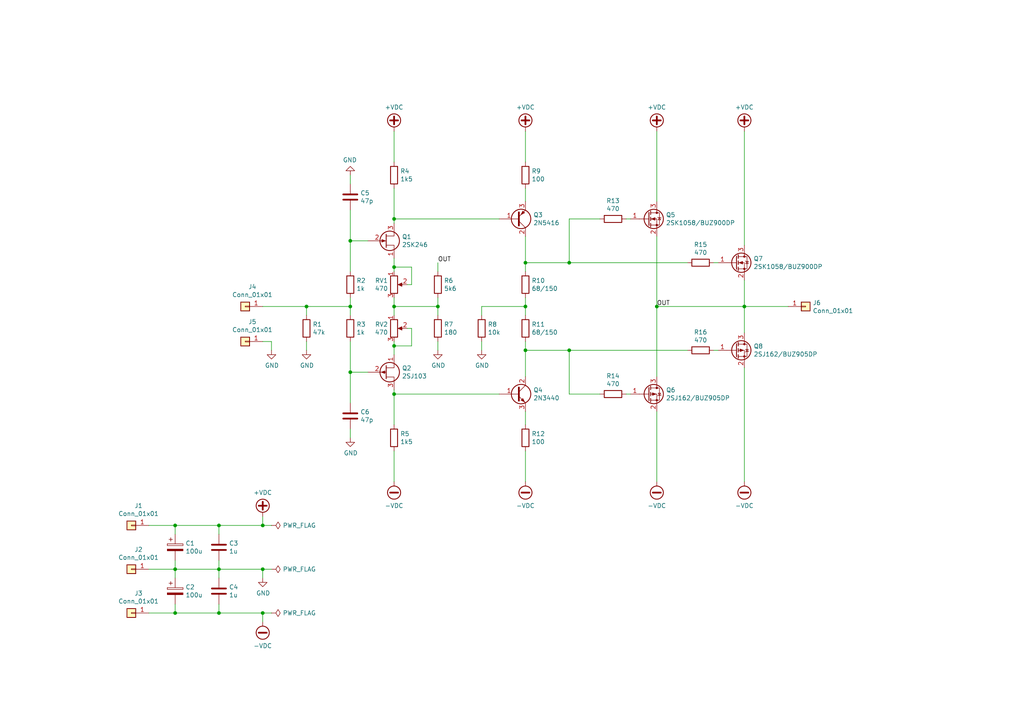
<source format=kicad_sch>
(kicad_sch (version 20211123) (generator eeschema)
  (paper "A4")
  (title_block (title "Zenquito") (rev "1") (comment 1 "https://github.com/jcassette") (comment 2 "KiCad project by J. Cassette") (comment 3 "http://jm.plantefeve.pagesperso-orange.fr") (comment 4 "Design by J.M. Plantefeve"))
  (lib_symbols
    (symbol "Connector_Generic:Conn_01x01" (pin_names (offset 1.016) hide)
      (property "Reference" "J" (at 0 2.54 0))
      (property "Value" "Conn_01x01" (at 0 -2.54 0))
      (symbol "Conn_01x01_1_1"
        (rectangle (start -1.27 0.127) (end 0 -0.127) (stroke (width 0.1524)))
        (rectangle (start -1.27 1.27) (end 1.27 -1.27) (stroke (width 0.254)) (fill (type background)))
        (pin passive line (at -5.08 0 0) (length 3.81) (name "Pin_1") (number "1"))
      )
    )
    (symbol "Device:C" (pin_numbers hide) (pin_names (offset 0.254))
      (property "Reference" "C" (at 0.635 2.54 0))
      (property "Value" "C" (at 0.635 -2.54 0))
      (symbol "C_0_1"
        (polyline (pts (xy -2.032 -0.762) (xy 2.032 -0.762)) (stroke (width 0.508)))
        (polyline (pts (xy -2.032 0.762) (xy 2.032 0.762)) (stroke (width 0.508)))
      )
      (symbol "C_1_1"
        (pin passive line (at 0 3.81 270) (length 2.794) (name "~") (number "1"))
        (pin passive line (at 0 -3.81 90) (length 2.794) (name "~") (number "2"))
      )
    )
    (symbol "Device:C_Polarized" (pin_numbers hide) (pin_names (offset 0.254))
      (property "Reference" "C" (at 0.635 2.54 0))
      (property "Value" "C_Polarized" (at 0.635 -2.54 0))
      (symbol "C_Polarized_0_1"
        (rectangle (start -2.286 0.508) (end 2.286 1.016))
        (polyline (pts (xy -1.778 2.286) (xy -0.762 2.286)))
        (polyline (pts (xy -1.27 2.794) (xy -1.27 1.778)))
        (rectangle (start 2.286 -0.508) (end -2.286 -1.016) (fill (type outline)))
      )
      (symbol "C_Polarized_1_1"
        (pin passive line (at 0 3.81 270) (length 2.794) (name "~") (number "1"))
        (pin passive line (at 0 -3.81 90) (length 2.794) (name "~") (number "2"))
      )
    )
    (symbol "Device:Q_NJFET_SGD" (pin_names (offset 0) hide)
      (property "Reference" "Q" (at 5.08 1.27 0))
      (property "Value" "Q_NJFET_SGD" (at 5.08 -1.27 0))
      (symbol "Q_NJFET_SGD_0_1"
        (polyline (pts (xy 0.254 1.905) (xy 0.254 -1.905) (xy 0.254 -1.905)) (stroke (width 0.254)))
        (polyline (pts (xy 2.54 -2.54) (xy 2.54 -1.27) (xy 0.254 -1.27)))
        (polyline (pts (xy 2.54 2.54) (xy 2.54 1.397) (xy 0.254 1.397)))
        (polyline (pts (xy 0 0) (xy -1.016 0.381) (xy -1.016 -0.381) (xy 0 0)) (fill (type outline)))
        (circle (center 1.27 0) (radius 2.8194) (stroke (width 0.254)))
      )
      (symbol "Q_NJFET_SGD_1_1"
        (pin passive line (at 2.54 -5.08 90) (length 2.54) (name "S") (number "1"))
        (pin input line (at -5.08 0 0) (length 5.334) (name "G") (number "2"))
        (pin passive line (at 2.54 5.08 270) (length 2.54) (name "D") (number "3"))
      )
    )
    (symbol "Device:Q_NMOS_GSD" (pin_names (offset 0) hide)
      (property "Reference" "Q" (at 5.08 1.27 0))
      (property "Value" "Q_NMOS_GSD" (at 5.08 -1.27 0))
      (symbol "Q_NMOS_GSD_0_1"
        (polyline (pts (xy 0.254 0) (xy -2.54 0)))
        (polyline (pts (xy 0.254 1.905) (xy 0.254 -1.905)) (stroke (width 0.254)))
        (polyline (pts (xy 0.762 -1.27) (xy 0.762 -2.286)) (stroke (width 0.254)))
        (polyline (pts (xy 0.762 0.508) (xy 0.762 -0.508)) (stroke (width 0.254)))
        (polyline (pts (xy 0.762 2.286) (xy 0.762 1.27)) (stroke (width 0.254)))
        (polyline (pts (xy 2.54 2.54) (xy 2.54 1.778)))
        (polyline (pts (xy 2.54 -2.54) (xy 2.54 0) (xy 0.762 0)))
        (polyline (pts (xy 0.762 -1.778) (xy 3.302 -1.778) (xy 3.302 1.778) (xy 0.762 1.778)))
        (polyline (pts (xy 1.016 0) (xy 2.032 0.381) (xy 2.032 -0.381) (xy 1.016 0)) (fill (type outline)))
        (polyline (pts (xy 2.794 0.508) (xy 2.921 0.381) (xy 3.683 0.381) (xy 3.81 0.254)))
        (polyline (pts (xy 3.302 0.381) (xy 2.921 -0.254) (xy 3.683 -0.254) (xy 3.302 0.381)))
        (circle (center 1.651 0) (radius 2.794) (stroke (width 0.254)))
        (circle (center 2.54 -1.778) (radius 0.254) (fill (type outline)))
        (circle (center 2.54 1.778) (radius 0.254) (fill (type outline)))
      )
      (symbol "Q_NMOS_GSD_1_1"
        (pin input line (at -5.08 0 0) (length 2.54) (name "G") (number "1"))
        (pin passive line (at 2.54 -5.08 90) (length 2.54) (name "S") (number "2"))
        (pin passive line (at 2.54 5.08 270) (length 2.54) (name "D") (number "3"))
      )
    )
    (symbol "Device:Q_NPN_BCE" (pin_names (offset 0) hide)
      (property "Reference" "Q" (at 5.08 1.27 0))
      (property "Value" "Q_NPN_BCE" (at 5.08 -1.27 0))
      (symbol "Q_NPN_BCE_0_1"
        (polyline (pts (xy 0.635 0.635) (xy 2.54 2.54)))
        (polyline (pts (xy 0.635 -0.635) (xy 2.54 -2.54) (xy 2.54 -2.54)))
        (polyline (pts (xy 0.635 1.905) (xy 0.635 -1.905) (xy 0.635 -1.905)) (stroke (width 0.508)))
        (polyline (pts (xy 1.27 -1.778) (xy 1.778 -1.27) (xy 2.286 -2.286) (xy 1.27 -1.778) (xy 1.27 -1.778)) (fill (type outline)))
        (circle (center 1.27 0) (radius 2.8194) (stroke (width 0.254)))
      )
      (symbol "Q_NPN_BCE_1_1"
        (pin input line (at -5.08 0 0) (length 5.715) (name "B") (number "1"))
        (pin passive line (at 2.54 5.08 270) (length 2.54) (name "C") (number "2"))
        (pin passive line (at 2.54 -5.08 90) (length 2.54) (name "E") (number "3"))
      )
    )
    (symbol "Device:Q_PJFET_SGD" (pin_names (offset 0) hide)
      (property "Reference" "Q" (at 5.08 1.27 0))
      (property "Value" "Q_PJFET_SGD" (at 5.08 -1.27 0))
      (symbol "Q_PJFET_SGD_0_1"
        (polyline (pts (xy 0.254 1.905) (xy 0.254 -1.905) (xy 0.254 -1.905)) (stroke (width 0.254)))
        (polyline (pts (xy 2.54 -2.54) (xy 2.54 -1.27) (xy 0.254 -1.27)))
        (polyline (pts (xy 2.54 2.54) (xy 2.54 1.397) (xy 0.254 1.397)))
        (polyline (pts (xy -1.143 0) (xy -0.127 0.381) (xy -0.127 -0.381) (xy -1.143 0)) (fill (type outline)))
        (circle (center 1.27 0) (radius 2.8194) (stroke (width 0.254)))
      )
      (symbol "Q_PJFET_SGD_1_1"
        (pin passive line (at 2.54 -5.08 90) (length 2.54) (name "S") (number "1"))
        (pin input line (at -5.08 0 0) (length 5.334) (name "G") (number "2"))
        (pin passive line (at 2.54 5.08 270) (length 2.54) (name "D") (number "3"))
      )
    )
    (symbol "Device:Q_PMOS_GSD" (pin_names (offset 0) hide)
      (property "Reference" "Q" (at 5.08 1.27 0))
      (property "Value" "Q_PMOS_GSD" (at 5.08 -1.27 0))
      (symbol "Q_PMOS_GSD_0_1"
        (polyline (pts (xy 0.254 0) (xy -2.54 0)))
        (polyline (pts (xy 0.254 1.905) (xy 0.254 -1.905)) (stroke (width 0.254)))
        (polyline (pts (xy 0.762 -1.27) (xy 0.762 -2.286)) (stroke (width 0.254)))
        (polyline (pts (xy 0.762 0.508) (xy 0.762 -0.508)) (stroke (width 0.254)))
        (polyline (pts (xy 0.762 2.286) (xy 0.762 1.27)) (stroke (width 0.254)))
        (polyline (pts (xy 2.54 2.54) (xy 2.54 1.778)))
        (polyline (pts (xy 2.54 -2.54) (xy 2.54 0) (xy 0.762 0)))
        (polyline (pts (xy 0.762 1.778) (xy 3.302 1.778) (xy 3.302 -1.778) (xy 0.762 -1.778)))
        (polyline (pts (xy 2.286 0) (xy 1.27 0.381) (xy 1.27 -0.381) (xy 2.286 0)) (fill (type outline)))
        (polyline (pts (xy 2.794 -0.508) (xy 2.921 -0.381) (xy 3.683 -0.381) (xy 3.81 -0.254)))
        (polyline (pts (xy 3.302 -0.381) (xy 2.921 0.254) (xy 3.683 0.254) (xy 3.302 -0.381)))
        (circle (center 1.651 0) (radius 2.794) (stroke (width 0.254)))
        (circle (center 2.54 -1.778) (radius 0.254) (fill (type outline)))
        (circle (center 2.54 1.778) (radius 0.254) (fill (type outline)))
      )
      (symbol "Q_PMOS_GSD_1_1"
        (pin input line (at -5.08 0 0) (length 2.54) (name "G") (number "1"))
        (pin passive line (at 2.54 -5.08 90) (length 2.54) (name "S") (number "2"))
        (pin passive line (at 2.54 5.08 270) (length 2.54) (name "D") (number "3"))
      )
    )
    (symbol "Device:Q_PNP_BCE" (pin_names (offset 0) hide)
      (property "Reference" "Q" (at 5.08 1.27 0))
      (property "Value" "Q_PNP_BCE" (at 5.08 -1.27 0))
      (symbol "Q_PNP_BCE_0_1"
        (polyline (pts (xy 0.635 0.635) (xy 2.54 2.54)))
        (polyline (pts (xy 0.635 -0.635) (xy 2.54 -2.54) (xy 2.54 -2.54)))
        (polyline (pts (xy 0.635 1.905) (xy 0.635 -1.905) (xy 0.635 -1.905)) (stroke (width 0.508)))
        (polyline (pts (xy 2.286 -1.778) (xy 1.778 -2.286) (xy 1.27 -1.27) (xy 2.286 -1.778) (xy 2.286 -1.778)) (fill (type outline)))
        (circle (center 1.27 0) (radius 2.8194) (stroke (width 0.254)))
      )
      (symbol "Q_PNP_BCE_1_1"
        (pin input line (at -5.08 0 0) (length 5.715) (name "B") (number "1"))
        (pin passive line (at 2.54 5.08 270) (length 2.54) (name "C") (number "2"))
        (pin passive line (at 2.54 -5.08 90) (length 2.54) (name "E") (number "3"))
      )
    )
    (symbol "Device:R" (pin_numbers hide) (pin_names (offset 0))
      (property "Reference" "R" (at 2.032 0 90))
      (property "Value" "R" (at 0 0 90))
      (symbol "R_0_1"
        (rectangle (start -1.016 -2.54) (end 1.016 2.54) (stroke (width 0.254)))
      )
      (symbol "R_1_1"
        (pin passive line (at 0 3.81 270) (length 1.27) (name "~") (number "1"))
        (pin passive line (at 0 -3.81 90) (length 1.27) (name "~") (number "2"))
      )
    )
    (symbol "Device:R_Potentiometer" (pin_names (offset 1.016) hide)
      (property "Reference" "RV" (at -4.445 0 90))
      (property "Value" "R_Potentiometer" (at -2.54 0 90))
      (symbol "R_Potentiometer_0_1"
        (polyline (pts (xy 2.54 0) (xy 1.524 0)))
        (polyline (pts (xy 1.143 0) (xy 2.286 0.508) (xy 2.286 -0.508) (xy 1.143 0)) (fill (type outline)))
        (rectangle (start 1.016 2.54) (end -1.016 -2.54) (stroke (width 0.254)))
      )
      (symbol "R_Potentiometer_1_1"
        (pin passive line (at 0 3.81 270) (length 1.27) (name "1") (number "1"))
        (pin passive line (at 3.81 0 180) (length 1.27) (name "2") (number "2"))
        (pin passive line (at 0 -3.81 90) (length 1.27) (name "3") (number "3"))
      )
    )
    (symbol "power:+VDC" (power) (pin_names (offset 0))
      (property "Value" "+VDC" (at 0 6.35 0))
      (symbol "+VDC_0_1"
        (polyline (pts (xy -1.143 3.175) (xy 1.143 3.175)) (stroke (width 0.508)))
        (polyline (pts (xy 0 0) (xy 0 1.27)))
        (polyline (pts (xy 0 2.032) (xy 0 4.318)) (stroke (width 0.508)))
        (circle (center 0 3.175) (radius 1.905) (stroke (width 0.254)))
      )
      (symbol "+VDC_1_1"
        (pin power_in line (at 0 0 90) (length 0) hide (name "+VDC") (number "1"))
      )
    )
    (symbol "power:-VDC" (power) (pin_names (offset 0))
      (property "Value" "-VDC" (at 0 6.35 0))
      (symbol "-VDC_0_1"
        (polyline (pts (xy -1.143 3.175) (xy 1.143 3.175)) (stroke (width 0.508)))
        (polyline (pts (xy 0 0) (xy 0 1.27)))
        (circle (center 0 3.175) (radius 1.905) (stroke (width 0.254)))
      )
      (symbol "-VDC_1_1"
        (pin power_in line (at 0 0 90) (length 0) hide (name "-VDC") (number "1"))
      )
    )
    (symbol "power:GND" (power) (pin_names (offset 0))
      (property "Value" "GND" (at 0 -3.81 0))
      (symbol "GND_0_1"
        (polyline (pts (xy 0 0) (xy 0 -1.27) (xy 1.27 -1.27) (xy 0 -2.54) (xy -1.27 -1.27) (xy 0 -1.27)))
      )
      (symbol "GND_1_1"
        (pin power_in line (at 0 0 270) (length 0) hide (name "GND") (number "1"))
      )
    )
    (symbol "power:PWR_FLAG" (power) (pin_numbers hide) (pin_names (offset 0) hide)
      (property "Value" "PWR_FLAG" (at 0 3.81 0))
      (symbol "PWR_FLAG_0_0"
        (pin power_out line (at 0 0 90) (length 0) (name "pwr") (number "1"))
      )
      (symbol "PWR_FLAG_0_1"
        (polyline (pts (xy 0 0) (xy 0 1.27) (xy -1.016 1.905) (xy 0 2.54) (xy 1.016 1.905) (xy 0 1.27)))
      )
    )
  )
  (junction (at 88.9 88.9))
  (junction (at 63.5 177.8))
  (junction (at 152.4 76.2))
  (junction (at 165.1 76.2))
  (junction (at 114.3 100.33))
  (junction (at 76.2 152.4))
  (junction (at 101.6 107.95))
  (junction (at 190.5 88.9))
  (junction (at 63.5 152.4))
  (junction (at 165.1 101.6))
  (junction (at 114.3 88.9))
  (junction (at 50.8 165.1))
  (junction (at 114.3 77.47))
  (junction (at 114.3 63.5))
  (junction (at 114.3 114.3))
  (junction (at 152.4 88.9))
  (junction (at 152.4 101.6))
  (junction (at 63.5 165.1))
  (junction (at 215.9 88.9))
  (junction (at 76.2 165.1))
  (junction (at 101.6 88.9))
  (junction (at 76.2 177.8))
  (junction (at 127 88.9))
  (junction (at 101.6 69.85))
  (junction (at 50.8 152.4))
  (junction (at 50.8 177.8))
  (wire (pts (xy 76.2 177.8) (xy 76.2 180.34)))
  (wire (pts (xy 152.4 54.61) (xy 152.4 58.42)))
  (wire (pts (xy 215.9 88.9) (xy 190.5 88.9)))
  (wire (pts (xy 101.6 124.46) (xy 101.6 127)))
  (wire (pts (xy 127 88.9) (xy 114.3 88.9)))
  (wire (pts (xy 63.5 162.56) (xy 63.5 165.1)))
  (wire (pts (xy 50.8 152.4) (xy 63.5 152.4)))
  (wire (pts (xy 139.7 91.44) (xy 139.7 88.9)))
  (wire (pts (xy 181.61 114.3) (xy 182.88 114.3)))
  (wire (pts (xy 63.5 175.26) (xy 63.5 177.8)))
  (wire (pts (xy 114.3 130.81) (xy 114.3 139.7)))
  (wire (pts (xy 152.4 130.81) (xy 152.4 139.7)))
  (wire (pts (xy 76.2 88.9) (xy 88.9 88.9)))
  (wire (pts (xy 190.5 119.38) (xy 190.5 139.7)))
  (wire (pts (xy 50.8 162.56) (xy 50.8 165.1)))
  (wire (pts (xy 114.3 77.47) (xy 114.3 78.74)))
  (wire (pts (xy 127 99.06) (xy 127 101.6)))
  (wire (pts (xy 78.74 177.8) (xy 76.2 177.8)))
  (wire (pts (xy 165.1 101.6) (xy 199.39 101.6)))
  (wire (pts (xy 76.2 165.1) (xy 76.2 167.64)))
  (wire (pts (xy 215.9 106.68) (xy 215.9 139.7)))
  (wire (pts (xy 190.5 38.1) (xy 190.5 58.42)))
  (wire (pts (xy 114.3 88.9) (xy 114.3 91.44)))
  (wire (pts (xy 208.28 76.2) (xy 207.01 76.2)))
  (wire (pts (xy 63.5 165.1) (xy 63.5 167.64)))
  (wire (pts (xy 101.6 107.95) (xy 101.6 116.84)))
  (wire (pts (xy 101.6 88.9) (xy 101.6 91.44)))
  (wire (pts (xy 190.5 68.58) (xy 190.5 88.9)))
  (wire (pts (xy 152.4 86.36) (xy 152.4 88.9)))
  (wire (pts (xy 101.6 86.36) (xy 101.6 88.9)))
  (wire (pts (xy 88.9 88.9) (xy 88.9 91.44)))
  (wire (pts (xy 152.4 99.06) (xy 152.4 101.6)))
  (wire (pts (xy 215.9 38.1) (xy 215.9 71.12)))
  (wire (pts (xy 114.3 100.33) (xy 114.3 102.87)))
  (wire (pts (xy 152.4 88.9) (xy 152.4 91.44)))
  (wire (pts (xy 63.5 152.4) (xy 63.5 154.94)))
  (wire (pts (xy 215.9 81.28) (xy 215.9 88.9)))
  (wire (pts (xy 78.74 99.06) (xy 76.2 99.06)))
  (wire (pts (xy 50.8 165.1) (xy 50.8 167.64)))
  (wire (pts (xy 119.38 77.47) (xy 119.38 82.55)))
  (wire (pts (xy 101.6 99.06) (xy 101.6 107.95)))
  (wire (pts (xy 228.6 88.9) (xy 215.9 88.9)))
  (wire (pts (xy 215.9 96.52) (xy 215.9 88.9)))
  (wire (pts (xy 114.3 86.36) (xy 114.3 88.9)))
  (wire (pts (xy 190.5 88.9) (xy 190.5 109.22)))
  (wire (pts (xy 78.74 99.06) (xy 78.74 101.6)))
  (wire (pts (xy 119.38 100.33) (xy 114.3 100.33)))
  (wire (pts (xy 101.6 60.96) (xy 101.6 69.85)))
  (wire (pts (xy 127 88.9) (xy 127 91.44)))
  (wire (pts (xy 43.18 177.8) (xy 50.8 177.8)))
  (wire (pts (xy 165.1 114.3) (xy 173.99 114.3)))
  (wire (pts (xy 88.9 88.9) (xy 101.6 88.9)))
  (wire (pts (xy 114.3 114.3) (xy 144.78 114.3)))
  (wire (pts (xy 165.1 101.6) (xy 165.1 114.3)))
  (wire (pts (xy 139.7 99.06) (xy 139.7 101.6)))
  (wire (pts (xy 165.1 63.5) (xy 165.1 76.2)))
  (wire (pts (xy 152.4 76.2) (xy 152.4 78.74)))
  (wire (pts (xy 152.4 119.38) (xy 152.4 123.19)))
  (wire (pts (xy 101.6 50.8) (xy 101.6 53.34)))
  (wire (pts (xy 114.3 77.47) (xy 119.38 77.47)))
  (wire (pts (xy 119.38 82.55) (xy 118.11 82.55)))
  (wire (pts (xy 127 86.36) (xy 127 88.9)))
  (wire (pts (xy 78.74 165.1) (xy 76.2 165.1)))
  (wire (pts (xy 114.3 38.1) (xy 114.3 46.99)))
  (wire (pts (xy 43.18 152.4) (xy 50.8 152.4)))
  (wire (pts (xy 50.8 165.1) (xy 63.5 165.1)))
  (wire (pts (xy 207.01 101.6) (xy 208.28 101.6)))
  (wire (pts (xy 50.8 177.8) (xy 63.5 177.8)))
  (wire (pts (xy 63.5 165.1) (xy 76.2 165.1)))
  (wire (pts (xy 106.68 69.85) (xy 101.6 69.85)))
  (wire (pts (xy 114.3 63.5) (xy 144.78 63.5)))
  (wire (pts (xy 114.3 63.5) (xy 114.3 64.77)))
  (wire (pts (xy 114.3 114.3) (xy 114.3 123.19)))
  (wire (pts (xy 50.8 175.26) (xy 50.8 177.8)))
  (wire (pts (xy 78.74 152.4) (xy 76.2 152.4)))
  (wire (pts (xy 165.1 63.5) (xy 173.99 63.5)))
  (wire (pts (xy 101.6 69.85) (xy 101.6 78.74)))
  (wire (pts (xy 152.4 38.1) (xy 152.4 46.99)))
  (wire (pts (xy 43.18 165.1) (xy 50.8 165.1)))
  (wire (pts (xy 165.1 76.2) (xy 152.4 76.2)))
  (wire (pts (xy 165.1 76.2) (xy 199.39 76.2)))
  (wire (pts (xy 114.3 74.93) (xy 114.3 77.47)))
  (wire (pts (xy 118.11 95.25) (xy 119.38 95.25)))
  (wire (pts (xy 114.3 54.61) (xy 114.3 63.5)))
  (wire (pts (xy 152.4 101.6) (xy 152.4 109.22)))
  (wire (pts (xy 63.5 177.8) (xy 76.2 177.8)))
  (wire (pts (xy 119.38 95.25) (xy 119.38 100.33)))
  (wire (pts (xy 181.61 63.5) (xy 182.88 63.5)))
  (wire (pts (xy 88.9 99.06) (xy 88.9 101.6)))
  (wire (pts (xy 63.5 152.4) (xy 76.2 152.4)))
  (wire (pts (xy 114.3 100.33) (xy 114.3 99.06)))
  (wire (pts (xy 152.4 101.6) (xy 165.1 101.6)))
  (wire (pts (xy 114.3 113.03) (xy 114.3 114.3)))
  (wire (pts (xy 76.2 152.4) (xy 76.2 149.86)))
  (wire (pts (xy 50.8 152.4) (xy 50.8 154.94)))
  (wire (pts (xy 127 76.2) (xy 127 78.74)))
  (wire (pts (xy 106.68 107.95) (xy 101.6 107.95)))
  (wire (pts (xy 139.7 88.9) (xy 152.4 88.9)))
  (wire (pts (xy 152.4 68.58) (xy 152.4 76.2)))
  (label "OUT" (at 190.5 88.9 0))
  (label "OUT" (at 127 76.2 0))
  (symbol (lib_id "Device:R") (at 88.9 95.25 0) (unit 1)
    (property "Reference" "R1" (at 90.678 94.0816 0) (effects (justify left)))
    (property "Value" "47k" (at 90.678 96.393 0) (effects (justify left)))
    (property "Footprint" "Resistor_THT:R_Axial_DIN0411_L9.9mm_D3.6mm_P12.70mm_Horizontal" (effects hide))
  )
  (symbol (lib_id "power:GND") (at 88.9 101.6 0) (unit 1)
    (property "Reference" "#PWR02" (effects hide))
    (property "Value" "GND" (at 89.027 105.9942 0))
  )
  (symbol (lib_id "Device:R") (at 101.6 95.25 0) (unit 1)
    (property "Reference" "R3" (at 103.378 94.0816 0) (effects (justify left)))
    (property "Value" "1k" (at 103.378 96.393 0) (effects (justify left)))
    (property "Footprint" "Resistor_THT:R_Axial_DIN0411_L9.9mm_D3.6mm_P12.70mm_Horizontal" (effects hide))
  )
  (symbol (lib_id "Device:R") (at 101.6 82.55 0) (unit 1)
    (property "Reference" "R2" (at 103.378 81.3816 0) (effects (justify left)))
    (property "Value" "1k" (at 103.378 83.693 0) (effects (justify left)))
    (property "Footprint" "Resistor_THT:R_Axial_DIN0411_L9.9mm_D3.6mm_P12.70mm_Horizontal" (effects hide))
  )
  (symbol (lib_id "Device:C") (at 101.6 57.15 0) (unit 1)
    (property "Reference" "C5" (at 104.521 55.9816 0) (effects (justify left)))
    (property "Value" "47p" (at 104.521 58.293 0) (effects (justify left)))
    (property "Footprint" "Capacitor_THT:C_Rect_L7.0mm_W3.5mm_P5.00mm" (effects hide))
  )
  (symbol (lib_id "Device:C") (at 101.6 120.65 0) (unit 1)
    (property "Reference" "C6" (at 104.521 119.4816 0) (effects (justify left)))
    (property "Value" "47p" (at 104.521 121.793 0) (effects (justify left)))
    (property "Footprint" "Capacitor_THT:C_Rect_L7.0mm_W3.5mm_P5.00mm" (effects hide))
  )
  (symbol (lib_id "power:GND") (at 101.6 127 0) (unit 1)
    (property "Reference" "#PWR04" (effects hide))
    (property "Value" "GND" (at 101.727 131.3942 0))
  )
  (symbol (lib_id "power:GND") (at 101.6 50.8 180) (unit 1)
    (property "Reference" "#PWR03" (effects hide))
    (property "Value" "GND" (at 101.473 46.4058 0))
  )
  (symbol (lib_id "Device:Q_NJFET_SGD") (at 111.76 69.85 0) (unit 1)
    (property "Reference" "Q1" (at 116.586 68.6816 0) (effects (justify left)))
    (property "Value" "2SK246" (at 116.586 70.993 0) (effects (justify left)))
    (property "Footprint" "Package_TO_SOT_THT:TO-92_Inline_Wide" (effects hide))
  )
  (symbol (lib_id "Device:R") (at 114.3 50.8 0) (unit 1)
    (property "Reference" "R4" (at 116.078 49.6316 0) (effects (justify left)))
    (property "Value" "1k5" (at 116.078 51.943 0) (effects (justify left)))
    (property "Footprint" "Resistor_THT:R_Axial_DIN0411_L9.9mm_D3.6mm_P12.70mm_Horizontal" (effects hide))
  )
  (symbol (lib_id "power:+VDC") (at 114.3 38.1 0) (unit 1)
    (property "Reference" "#PWR05" (effects hide))
    (property "Value" "+VDC" (at 114.3 31.115 0))
  )
  (symbol (lib_id "Device:R_Potentiometer") (at 114.3 82.55 0) (unit 1)
    (property "Reference" "RV1" (at 112.5474 81.3816 0) (effects (justify right)))
    (property "Value" "470" (at 112.5474 83.693 0) (effects (justify right)))
    (property "Footprint" "Potentiometer_THT:Potentiometer_Bourns_3266Y_Vertical" (effects hide))
  )
  (symbol (lib_id "Device:R_Potentiometer") (at 114.3 95.25 0) (unit 1)
    (property "Reference" "RV2" (at 112.5474 94.0816 0) (effects (justify right)))
    (property "Value" "470" (at 112.5474 96.393 0) (effects (justify right)))
    (property "Footprint" "Potentiometer_THT:Potentiometer_Bourns_3266Y_Vertical" (effects hide))
  )
  (symbol (lib_id "Device:R") (at 114.3 127 0) (unit 1)
    (property "Reference" "R5" (at 116.078 125.8316 0) (effects (justify left)))
    (property "Value" "1k5" (at 116.078 128.143 0) (effects (justify left)))
    (property "Footprint" "Resistor_THT:R_Axial_DIN0411_L9.9mm_D3.6mm_P12.70mm_Horizontal" (effects hide))
  )
  (symbol (lib_id "power:-VDC") (at 114.3 139.7 180) (unit 1)
    (property "Reference" "#PWR06" (effects hide))
    (property "Value" "-VDC" (at 114.3 146.685 0))
  )
  (symbol (lib_id "Device:Q_PJFET_SGD") (at 111.76 107.95 0) (mirror x) (unit 1)
    (property "Reference" "Q2" (at 116.586 106.7816 0) (effects (justify left)))
    (property "Value" "2SJ103" (at 116.586 109.093 0) (effects (justify left)))
    (property "Footprint" "Package_TO_SOT_THT:TO-92_Inline_Wide" (effects hide))
  )
  (symbol (lib_id "power:+VDC") (at 76.2 149.86 0) (unit 1)
    (property "Reference" "#PWR0101" (effects hide))
    (property "Value" "+VDC" (at 76.2 142.875 0))
  )
  (symbol (lib_id "power:-VDC") (at 76.2 180.34 180) (unit 1)
    (property "Reference" "#PWR0102" (effects hide))
    (property "Value" "-VDC" (at 76.2 187.325 0))
  )
  (symbol (lib_id "power:GND") (at 76.2 167.64 0) (unit 1)
    (property "Reference" "#PWR0103" (effects hide))
    (property "Value" "GND" (at 76.327 172.0342 0))
  )
  (symbol (lib_id "Device:R") (at 127 82.55 0) (unit 1)
    (property "Reference" "R6" (at 128.778 81.3816 0) (effects (justify left)))
    (property "Value" "5k6" (at 128.778 83.693 0) (effects (justify left)))
    (property "Footprint" "Resistor_THT:R_Axial_DIN0411_L9.9mm_D3.6mm_P12.70mm_Horizontal" (effects hide))
  )
  (symbol (lib_id "Device:R") (at 127 95.25 0) (unit 1)
    (property "Reference" "R7" (at 128.778 94.0816 0) (effects (justify left)))
    (property "Value" "180" (at 128.778 96.393 0) (effects (justify left)))
    (property "Footprint" "Resistor_THT:R_Axial_DIN0411_L9.9mm_D3.6mm_P12.70mm_Horizontal" (effects hide))
  )
  (symbol (lib_id "power:GND") (at 127 101.6 0) (unit 1)
    (property "Reference" "#PWR07" (effects hide))
    (property "Value" "GND" (at 127.127 105.9942 0))
  )
  (symbol (lib_id "Device:Q_NPN_BCE") (at 149.86 114.3 0) (unit 1)
    (property "Reference" "Q4" (at 154.686 113.1316 0) (effects (justify left)))
    (property "Value" "2N3440" (at 154.686 115.443 0) (effects (justify left)))
    (property "Footprint" "Package_TO_SOT_THT:TO-39-3" (effects hide))
  )
  (symbol (lib_id "Device:R") (at 152.4 127 0) (unit 1)
    (property "Reference" "R12" (at 154.178 125.8316 0) (effects (justify left)))
    (property "Value" "100" (at 154.178 128.143 0) (effects (justify left)))
    (property "Footprint" "Resistor_THT:R_Axial_DIN0411_L9.9mm_D3.6mm_P12.70mm_Horizontal" (effects hide))
  )
  (symbol (lib_id "power:-VDC") (at 152.4 139.7 180) (unit 1)
    (property "Reference" "#PWR010" (effects hide))
    (property "Value" "-VDC" (at 152.4 146.685 0))
  )
  (symbol (lib_id "Device:R") (at 152.4 95.25 0) (unit 1)
    (property "Reference" "R11" (at 154.178 94.0816 0) (effects (justify left)))
    (property "Value" "68/150" (at 154.178 96.393 0) (effects (justify left)))
    (property "Footprint" "Resistor_THT:R_Axial_DIN0411_L9.9mm_D3.6mm_P12.70mm_Horizontal" (effects hide))
  )
  (symbol (lib_id "Device:R") (at 152.4 82.55 0) (unit 1)
    (property "Reference" "R10" (at 154.178 81.3816 0) (effects (justify left)))
    (property "Value" "68/150" (at 154.178 83.693 0) (effects (justify left)))
    (property "Footprint" "Resistor_THT:R_Axial_DIN0411_L9.9mm_D3.6mm_P12.70mm_Horizontal" (effects hide))
  )
  (symbol (lib_id "Device:Q_PNP_BCE") (at 149.86 63.5 0) (mirror x) (unit 1)
    (property "Reference" "Q3" (at 154.686 62.3316 0) (effects (justify left)))
    (property "Value" "2N5416" (at 154.686 64.643 0) (effects (justify left)))
    (property "Footprint" "Package_TO_SOT_THT:TO-39-3" (effects hide))
  )
  (symbol (lib_id "Device:R") (at 152.4 50.8 0) (unit 1)
    (property "Reference" "R9" (at 154.178 49.6316 0) (effects (justify left)))
    (property "Value" "100" (at 154.178 51.943 0) (effects (justify left)))
    (property "Footprint" "Resistor_THT:R_Axial_DIN0411_L9.9mm_D3.6mm_P12.70mm_Horizontal" (effects hide))
  )
  (symbol (lib_id "power:+VDC") (at 152.4 38.1 0) (unit 1)
    (property "Reference" "#PWR09" (effects hide))
    (property "Value" "+VDC" (at 152.4 31.115 0))
  )
  (symbol (lib_id "Device:Q_NMOS_GSD") (at 213.36 76.2 0) (unit 1)
    (property "Reference" "Q7" (at 218.5416 75.0316 0) (effects (justify left)))
    (property "Value" "2SK1058/BUZ900DP" (at 218.5416 77.343 0) (effects (justify left)))
    (property "Footprint" "Package_TO_SOT_THT:TO-3P-3_Vertical" (effects hide))
  )
  (symbol (lib_id "Device:R") (at 203.2 76.2 270) (unit 1)
    (property "Reference" "R15" (at 203.2 70.9422 90))
    (property "Value" "470" (at 203.2 73.2536 90))
    (property "Footprint" "Resistor_THT:R_Axial_DIN0411_L9.9mm_D3.6mm_P12.70mm_Horizontal" (effects hide))
  )
  (symbol (lib_id "Device:R") (at 139.7 95.25 0) (unit 1)
    (property "Reference" "R8" (at 141.478 94.0816 0) (effects (justify left)))
    (property "Value" "10k" (at 141.478 96.393 0) (effects (justify left)))
    (property "Footprint" "Resistor_THT:R_Axial_DIN0411_L9.9mm_D3.6mm_P12.70mm_Horizontal" (effects hide))
  )
  (symbol (lib_id "power:GND") (at 139.7 101.6 0) (unit 1)
    (property "Reference" "#PWR08" (effects hide))
    (property "Value" "GND" (at 139.827 105.9942 0))
  )
  (symbol (lib_id "Device:Q_NMOS_GSD") (at 187.96 63.5 0) (unit 1)
    (property "Reference" "Q5" (at 193.1416 62.3316 0) (effects (justify left)))
    (property "Value" "2SK1058/BUZ900DP" (at 193.1416 64.643 0) (effects (justify left)))
    (property "Footprint" "Package_TO_SOT_THT:TO-3P-3_Vertical" (effects hide))
  )
  (symbol (lib_id "power:+VDC") (at 215.9 38.1 0) (unit 1)
    (property "Reference" "#PWR014" (effects hide))
    (property "Value" "+VDC" (at 215.9 31.115 0))
  )
  (symbol (lib_id "Device:R") (at 177.8 63.5 270) (unit 1)
    (property "Reference" "R13" (at 177.8 58.2422 90))
    (property "Value" "470" (at 177.8 60.5536 90))
    (property "Footprint" "Resistor_THT:R_Axial_DIN0411_L9.9mm_D3.6mm_P12.70mm_Horizontal" (effects hide))
  )
  (symbol (lib_id "Device:Q_PMOS_GSD") (at 213.36 101.6 0) (unit 1)
    (property "Reference" "Q8" (at 218.567 100.4316 0) (effects (justify left)))
    (property "Value" "2SJ162/BUZ905DP" (at 218.567 102.743 0) (effects (justify left)))
    (property "Footprint" "Package_TO_SOT_THT:TO-3P-3_Vertical" (effects hide))
  )
  (symbol (lib_id "power:-VDC") (at 215.9 139.7 180) (unit 1)
    (property "Reference" "#PWR015" (effects hide))
    (property "Value" "-VDC" (at 215.9 146.685 0))
  )
  (symbol (lib_id "Device:R") (at 203.2 101.6 270) (unit 1)
    (property "Reference" "R16" (at 203.2 96.3422 90))
    (property "Value" "470" (at 203.2 98.6536 90))
    (property "Footprint" "Resistor_THT:R_Axial_DIN0411_L9.9mm_D3.6mm_P12.70mm_Horizontal" (effects hide))
  )
  (symbol (lib_id "power:+VDC") (at 190.5 38.1 0) (unit 1)
    (property "Reference" "#PWR011" (effects hide))
    (property "Value" "+VDC" (at 190.5 31.115 0))
  )
  (symbol (lib_id "Device:Q_PMOS_GSD") (at 187.96 114.3 0) (unit 1)
    (property "Reference" "Q6" (at 193.167 113.1316 0) (effects (justify left)))
    (property "Value" "2SJ162/BUZ905DP" (at 193.167 115.443 0) (effects (justify left)))
    (property "Footprint" "Package_TO_SOT_THT:TO-3P-3_Vertical" (effects hide))
  )
  (symbol (lib_id "power:-VDC") (at 190.5 139.7 180) (unit 1)
    (property "Reference" "#PWR012" (effects hide))
    (property "Value" "-VDC" (at 190.5 146.685 0))
  )
  (symbol (lib_id "Device:R") (at 177.8 114.3 270) (unit 1)
    (property "Reference" "R14" (at 177.8 109.0422 90))
    (property "Value" "470" (at 177.8 111.3536 90))
    (property "Footprint" "Resistor_THT:R_Axial_DIN0411_L9.9mm_D3.6mm_P12.70mm_Horizontal" (effects hide))
  )
  (symbol (lib_id "power:PWR_FLAG") (at 78.74 152.4 270) (unit 1)
    (property "Reference" "#FLG0101" (effects hide))
    (property "Value" "PWR_FLAG" (at 81.9912 152.4 90) (effects (justify left)))
  )
  (symbol (lib_id "power:PWR_FLAG") (at 78.74 177.8 270) (unit 1)
    (property "Reference" "#FLG0102" (effects hide))
    (property "Value" "PWR_FLAG" (at 81.9912 177.8 90) (effects (justify left)))
  )
  (symbol (lib_id "power:PWR_FLAG") (at 78.74 165.1 270) (unit 1)
    (property "Reference" "#FLG0103" (effects hide))
    (property "Value" "PWR_FLAG" (at 81.9912 165.1 90) (effects (justify left)))
  )
  (symbol (lib_id "Connector_Generic:Conn_01x01") (at 38.1 165.1 180) (unit 1)
    (property "Reference" "J2" (at 40.1828 159.385 0))
    (property "Value" "Conn_01x01" (at 40.1828 161.6964 0))
    (property "Footprint" "Connector_Wire:SolderWire-2.5sqmm_1x01_D2.4mm_OD4.4mm" (effects hide))
  )
  (symbol (lib_id "Connector_Generic:Conn_01x01") (at 38.1 177.8 180) (unit 1)
    (property "Reference" "J3" (at 40.1828 172.085 0))
    (property "Value" "Conn_01x01" (at 40.1828 174.3964 0))
    (property "Footprint" "Connector_Wire:SolderWire-2.5sqmm_1x01_D2.4mm_OD4.4mm" (effects hide))
  )
  (symbol (lib_id "Connector_Generic:Conn_01x01") (at 71.12 99.06 180) (unit 1)
    (property "Reference" "J5" (at 73.2028 93.345 0))
    (property "Value" "Conn_01x01" (at 73.2028 95.6564 0))
    (property "Footprint" "Connector_Wire:SolderWire-0.5sqmm_1x01_D0.9mm_OD2.1mm" (effects hide))
  )
  (symbol (lib_id "Connector_Generic:Conn_01x01") (at 38.1 152.4 180) (unit 1)
    (property "Reference" "J1" (at 40.1828 146.685 0))
    (property "Value" "Conn_01x01" (at 40.1828 148.9964 0))
    (property "Footprint" "Connector_Wire:SolderWire-2.5sqmm_1x01_D2.4mm_OD4.4mm" (effects hide))
  )
  (symbol (lib_id "Connector_Generic:Conn_01x01") (at 71.12 88.9 180) (unit 1)
    (property "Reference" "J4" (at 73.2028 83.185 0))
    (property "Value" "Conn_01x01" (at 73.2028 85.4964 0))
    (property "Footprint" "Connector_Wire:SolderWire-0.5sqmm_1x01_D0.9mm_OD2.1mm" (effects hide))
  )
  (symbol (lib_id "power:GND") (at 78.74 101.6 0) (unit 1)
    (property "Reference" "#PWR01" (effects hide))
    (property "Value" "GND" (at 78.867 105.9942 0))
  )
  (symbol (lib_id "Connector_Generic:Conn_01x01") (at 233.68 88.9 0) (unit 1)
    (property "Reference" "J6" (at 235.712 87.8332 0) (effects (justify left)))
    (property "Value" "Conn_01x01" (at 235.712 90.1446 0) (effects (justify left)))
    (property "Footprint" "Connector_Wire:SolderWire-2.5sqmm_1x01_D2.4mm_OD4.4mm" (effects hide))
  )
  (symbol (lib_id "Device:C_Polarized") (at 50.8 158.75 0) (unit 1)
    (property "Reference" "C1" (at 53.7972 157.5816 0) (effects (justify left)))
    (property "Value" "100u" (at 53.7972 159.893 0) (effects (justify left)))
    (property "Footprint" "Capacitor_THT:CP_Radial_D8.0mm_P5.00mm" (effects hide))
  )
  (symbol (lib_id "Device:C_Polarized") (at 50.8 171.45 0) (unit 1)
    (property "Reference" "C2" (at 53.7972 170.2816 0) (effects (justify left)))
    (property "Value" "100u" (at 53.7972 172.593 0) (effects (justify left)))
    (property "Footprint" "Capacitor_THT:CP_Radial_D8.0mm_P5.00mm" (effects hide))
  )
  (symbol (lib_id "Device:C") (at 63.5 158.75 0) (unit 1)
    (property "Reference" "C3" (at 66.421 157.5816 0) (effects (justify left)))
    (property "Value" "1u" (at 66.421 159.893 0) (effects (justify left)))
    (property "Footprint" "Capacitor_THT:C_Rect_L7.0mm_W3.5mm_P5.00mm" (effects hide))
  )
  (symbol (lib_id "Device:C") (at 63.5 171.45 0) (unit 1)
    (property "Reference" "C4" (at 66.421 170.2816 0) (effects (justify left)))
    (property "Value" "1u" (at 66.421 172.593 0) (effects (justify left)))
    (property "Footprint" "Capacitor_THT:C_Rect_L7.0mm_W3.5mm_P5.00mm" (effects hide))
  )
)
</source>
